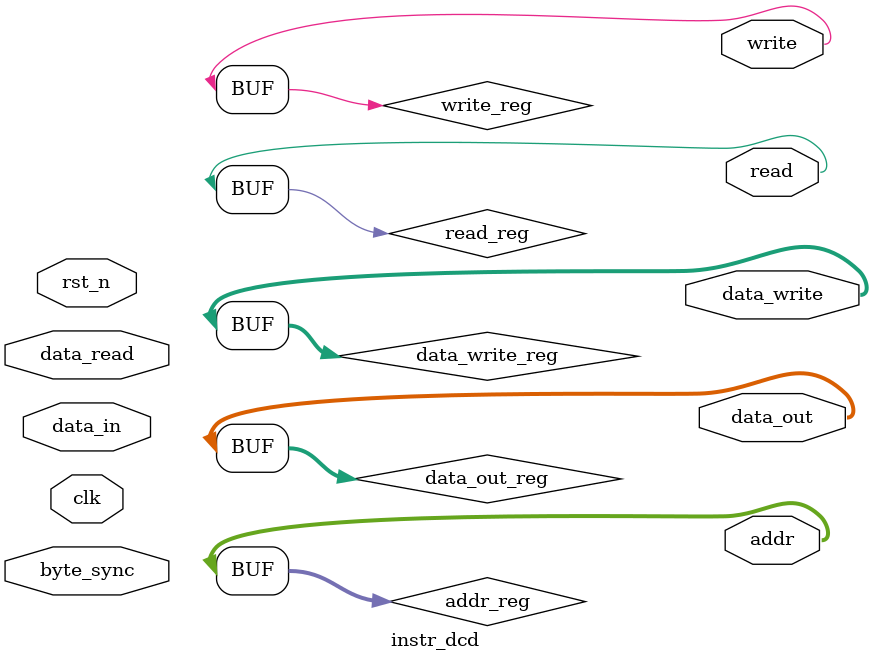
<source format=v>
module instr_dcd (
    // peripheral clock signals
    input clk,
    input rst_n,
    // towards SPI slave interface signals
    input byte_sync,
    input[7:0] data_in,
    output[7:0] data_out,
    // register access signals
    output read,
    output write,
    output[5:0] addr,
    input[7:0] data_read,
    output[7:0] data_write
);

reg rw_reg;
reg hl_reg;
reg [5:0] addr_reg;
reg [7:0] data_out_reg;
reg [7:0] data_write_reg;
reg write_reg;
reg read_reg;


// 0 = SETUP, 1 = DATA
reg state;

assign data_out = data_out_reg;
assign data_write = data_write_reg;
assign addr = addr_reg;
assign read = read_reg;
assign write = write_reg;


endmodule
</source>
